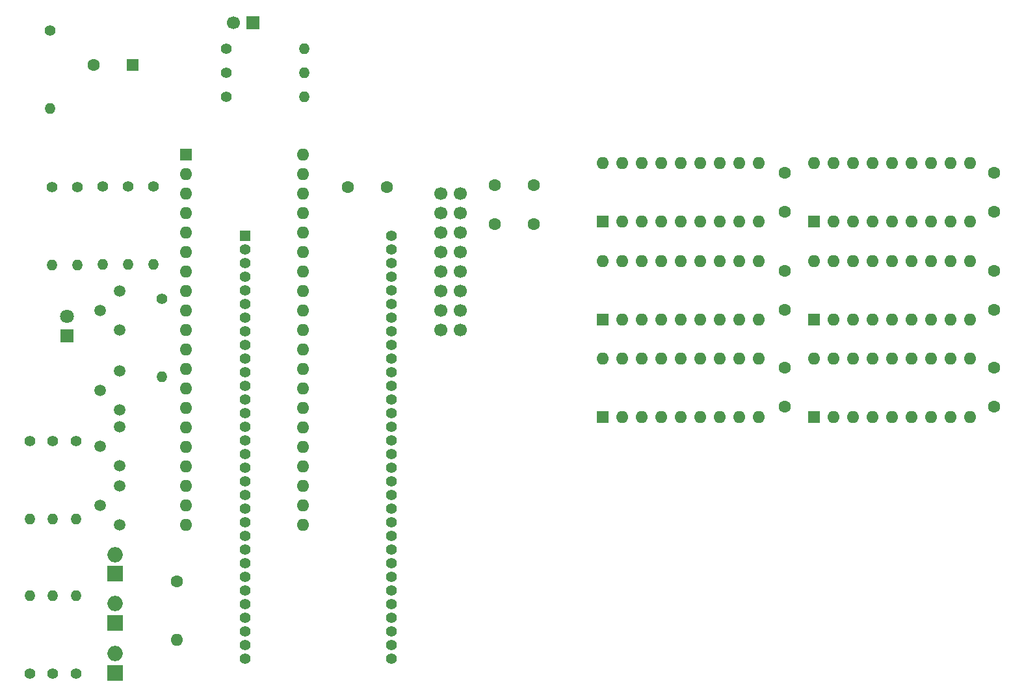
<source format=gbr>
%TF.GenerationSoftware,KiCad,Pcbnew,9.0.3*%
%TF.CreationDate,2025-12-08T23:35:03+00:00*%
%TF.ProjectId,V9958AdapterTC01,56393935-3841-4646-9170-746572544330,rev?*%
%TF.SameCoordinates,Original*%
%TF.FileFunction,Soldermask,Top*%
%TF.FilePolarity,Negative*%
%FSLAX46Y46*%
G04 Gerber Fmt 4.6, Leading zero omitted, Abs format (unit mm)*
G04 Created by KiCad (PCBNEW 9.0.3) date 2025-12-08 23:35:03*
%MOMM*%
%LPD*%
G01*
G04 APERTURE LIST*
%ADD10C,1.500000*%
%ADD11C,1.400000*%
%ADD12O,1.400000X1.400000*%
%ADD13R,2.000000X2.000000*%
%ADD14O,2.000000X2.000000*%
%ADD15R,1.600000X1.600000*%
%ADD16O,1.600000X1.600000*%
%ADD17C,1.600000*%
%ADD18C,1.700000*%
%ADD19R,1.800000X1.800000*%
%ADD20C,1.800000*%
%ADD21R,1.700000X1.700000*%
%ADD22R,1.400000X1.400000*%
G04 APERTURE END LIST*
D10*
%TO.C,Q150*%
X41395000Y-86470000D03*
X38855000Y-83930000D03*
X41395000Y-81390000D03*
%TD*%
D11*
%TO.C,R160*%
X42490000Y-50100000D03*
D12*
X42490000Y-60260000D03*
%TD*%
D13*
%TO.C,C159*%
X40760000Y-113445000D03*
D14*
X40760000Y-110945000D03*
%TD*%
D11*
%TO.C,R164*%
X32690000Y-83220000D03*
D12*
X32690000Y-93380000D03*
%TD*%
D11*
%TO.C,R153*%
X55290000Y-35240000D03*
D12*
X65450000Y-35240000D03*
%TD*%
D15*
%TO.C,I170*%
X131810000Y-54640000D03*
D16*
X134350000Y-54640000D03*
X136890000Y-54640000D03*
X139430000Y-54640000D03*
X141970000Y-54640000D03*
X144510000Y-54640000D03*
X147050000Y-54640000D03*
X149590000Y-54640000D03*
X152130000Y-54640000D03*
X152130000Y-47020000D03*
X149590000Y-47020000D03*
X147050000Y-47020000D03*
X144510000Y-47020000D03*
X141970000Y-47020000D03*
X139430000Y-47020000D03*
X136890000Y-47020000D03*
X134350000Y-47020000D03*
X131810000Y-47020000D03*
%TD*%
D10*
%TO.C,Q153*%
X41395000Y-68810000D03*
X38855000Y-66270000D03*
X41395000Y-63730000D03*
%TD*%
D17*
%TO.C,C155*%
X127990000Y-73680000D03*
X127990000Y-78760000D03*
%TD*%
D11*
%TO.C,R165*%
X29670000Y-83220000D03*
D12*
X29670000Y-93380000D03*
%TD*%
D13*
%TO.C,C157*%
X40760000Y-106950000D03*
D14*
X40760000Y-104450000D03*
%TD*%
D11*
%TO.C,R158*%
X35870000Y-50110000D03*
D12*
X35870000Y-60270000D03*
%TD*%
D17*
%TO.C,C153*%
X127990000Y-48290000D03*
X127990000Y-53370000D03*
%TD*%
D15*
%TO.C,I171*%
X104270000Y-54640000D03*
D16*
X106810000Y-54640000D03*
X109350000Y-54640000D03*
X111890000Y-54640000D03*
X114430000Y-54640000D03*
X116970000Y-54640000D03*
X119510000Y-54640000D03*
X122050000Y-54640000D03*
X124590000Y-54640000D03*
X124590000Y-47020000D03*
X122050000Y-47020000D03*
X119510000Y-47020000D03*
X116970000Y-47020000D03*
X114430000Y-47020000D03*
X111890000Y-47020000D03*
X109350000Y-47020000D03*
X106810000Y-47020000D03*
X104270000Y-47020000D03*
%TD*%
D17*
%TO.C,C151*%
X155210000Y-73680000D03*
X155210000Y-78760000D03*
%TD*%
D15*
%TO.C,I173*%
X104270000Y-67400000D03*
D16*
X106810000Y-67400000D03*
X109350000Y-67400000D03*
X111890000Y-67400000D03*
X114430000Y-67400000D03*
X116970000Y-67400000D03*
X119510000Y-67400000D03*
X122050000Y-67400000D03*
X124590000Y-67400000D03*
X124590000Y-59780000D03*
X122050000Y-59780000D03*
X119510000Y-59780000D03*
X116970000Y-59780000D03*
X114430000Y-59780000D03*
X111890000Y-59780000D03*
X109350000Y-59780000D03*
X106810000Y-59780000D03*
X104270000Y-59780000D03*
%TD*%
D11*
%TO.C,R150*%
X32280000Y-29770000D03*
D12*
X32280000Y-39930000D03*
%TD*%
D15*
%TO.C,C156*%
X43060000Y-34190000D03*
D17*
X37980000Y-34190000D03*
%TD*%
D15*
%TO.C,I172*%
X131810000Y-67400000D03*
D16*
X134350000Y-67400000D03*
X136890000Y-67400000D03*
X139430000Y-67400000D03*
X141970000Y-67400000D03*
X144510000Y-67400000D03*
X147050000Y-67400000D03*
X149590000Y-67400000D03*
X152130000Y-67400000D03*
X152130000Y-59780000D03*
X149590000Y-59780000D03*
X147050000Y-59780000D03*
X144510000Y-59780000D03*
X141970000Y-59780000D03*
X139430000Y-59780000D03*
X136890000Y-59780000D03*
X134350000Y-59780000D03*
X131810000Y-59780000D03*
%TD*%
D18*
%TO.C,M100*%
X85710000Y-51020000D03*
X83170000Y-51020000D03*
X85710000Y-53560000D03*
X83170000Y-53560000D03*
X85710000Y-56100000D03*
X83170000Y-56100000D03*
X85710000Y-58640000D03*
X83170000Y-58640000D03*
X85710000Y-61180000D03*
X83170000Y-61180000D03*
X85710000Y-63720000D03*
X83170000Y-63720000D03*
X85710000Y-66260000D03*
X83170000Y-66260000D03*
X85710000Y-68800000D03*
X83170000Y-68800000D03*
%TD*%
D17*
%TO.C,C150*%
X155210000Y-48290000D03*
X155210000Y-53370000D03*
%TD*%
D11*
%TO.C,R151*%
X55290000Y-32110000D03*
D12*
X65450000Y-32110000D03*
%TD*%
D11*
%TO.C,R156*%
X35710000Y-113520000D03*
D12*
X35710000Y-103360000D03*
%TD*%
D15*
%TO.C,I174*%
X131810000Y-80110000D03*
D16*
X134350000Y-80110000D03*
X136890000Y-80110000D03*
X139430000Y-80110000D03*
X141970000Y-80110000D03*
X144510000Y-80110000D03*
X147050000Y-80110000D03*
X149590000Y-80110000D03*
X152130000Y-80110000D03*
X152130000Y-72490000D03*
X149590000Y-72490000D03*
X147050000Y-72490000D03*
X144510000Y-72490000D03*
X141970000Y-72490000D03*
X139430000Y-72490000D03*
X136890000Y-72490000D03*
X134350000Y-72490000D03*
X131810000Y-72490000D03*
%TD*%
D11*
%TO.C,R152*%
X55290000Y-38390000D03*
D12*
X65450000Y-38390000D03*
%TD*%
D17*
%TO.C,C152*%
X155210000Y-61060000D03*
X155210000Y-66140000D03*
%TD*%
D19*
%TO.C,D150*%
X34555000Y-69505000D03*
D20*
X34555000Y-66965000D03*
%TD*%
D13*
%TO.C,C158*%
X40760000Y-100550000D03*
D14*
X40760000Y-98050000D03*
%TD*%
D17*
%TO.C,D151*%
X48820000Y-101560000D03*
D16*
X48820000Y-109180000D03*
%TD*%
D21*
%TO.C,J153*%
X58745000Y-28730000D03*
D18*
X56205000Y-28730000D03*
%TD*%
D11*
%TO.C,R157*%
X29670000Y-113520000D03*
D12*
X29670000Y-103360000D03*
%TD*%
D11*
%TO.C,R159*%
X39180000Y-50100000D03*
D12*
X39180000Y-60260000D03*
%TD*%
D17*
%TO.C,X170*%
X71080000Y-50120000D03*
X76160000Y-50120000D03*
%TD*%
%TO.C,C154*%
X127990000Y-61060000D03*
X127990000Y-66140000D03*
%TD*%
D10*
%TO.C,Q151*%
X41395000Y-79170000D03*
X38855000Y-76630000D03*
X41395000Y-74090000D03*
%TD*%
D11*
%TO.C,R162*%
X32590000Y-50110000D03*
D12*
X32590000Y-60270000D03*
%TD*%
D10*
%TO.C,Q152*%
X41395000Y-94170000D03*
X38855000Y-91630000D03*
X41395000Y-89090000D03*
%TD*%
D22*
%TO.C,I160*%
X57720000Y-56470000D03*
D11*
X57720000Y-58250000D03*
X57720000Y-60030000D03*
X57720000Y-61810000D03*
X57720000Y-63590000D03*
X57720000Y-65370000D03*
X57720000Y-67150000D03*
X57720000Y-68930000D03*
X57720000Y-70710000D03*
X57720000Y-72490000D03*
X57720000Y-74270000D03*
X57720000Y-76050000D03*
X57720000Y-77830000D03*
X57720000Y-79610000D03*
X57720000Y-81390000D03*
X57720000Y-83170000D03*
X57720000Y-84950000D03*
X57720000Y-86730000D03*
X57720000Y-88510000D03*
X57720000Y-90290000D03*
X57720000Y-92070000D03*
X57720000Y-93850000D03*
X57720000Y-95630000D03*
X57720000Y-97410000D03*
X57720000Y-99190000D03*
X57720000Y-100970000D03*
X57720000Y-102750000D03*
X57720000Y-104530000D03*
X57720000Y-106310000D03*
X57720000Y-108090000D03*
X57720000Y-109870000D03*
X57720000Y-111650000D03*
X76790000Y-111650000D03*
X76790000Y-109870000D03*
X76790000Y-108090000D03*
X76790000Y-106310000D03*
X76790000Y-104530000D03*
X76790000Y-102750000D03*
X76790000Y-100970000D03*
X76790000Y-99190000D03*
X76790000Y-97410000D03*
X76790000Y-95630000D03*
X76790000Y-93850000D03*
X76790000Y-92070000D03*
X76790000Y-90290000D03*
X76790000Y-88510000D03*
X76790000Y-86730000D03*
X76790000Y-84950000D03*
X76790000Y-83170000D03*
X76790000Y-81390000D03*
X76790000Y-79610000D03*
X76790000Y-77830000D03*
X76790000Y-76050000D03*
X76790000Y-74270000D03*
X76790000Y-72490000D03*
X76790000Y-70710000D03*
X76790000Y-68930000D03*
X76790000Y-67150000D03*
X76790000Y-65370000D03*
X76790000Y-63590000D03*
X76790000Y-61810000D03*
X76790000Y-60030000D03*
X76790000Y-58250000D03*
X76790000Y-56470000D03*
%TD*%
%TO.C,R154*%
X46890000Y-64750000D03*
D12*
X46890000Y-74910000D03*
%TD*%
D11*
%TO.C,R163*%
X35710000Y-83220000D03*
D12*
X35710000Y-93380000D03*
%TD*%
D15*
%TO.C,I175*%
X104270000Y-80110000D03*
D16*
X106810000Y-80110000D03*
X109350000Y-80110000D03*
X111890000Y-80110000D03*
X114430000Y-80110000D03*
X116970000Y-80110000D03*
X119510000Y-80110000D03*
X122050000Y-80110000D03*
X124590000Y-80110000D03*
X124590000Y-72490000D03*
X122050000Y-72490000D03*
X119510000Y-72490000D03*
X116970000Y-72490000D03*
X114430000Y-72490000D03*
X111890000Y-72490000D03*
X109350000Y-72490000D03*
X106810000Y-72490000D03*
X104270000Y-72490000D03*
%TD*%
D17*
%TO.C,C171*%
X90260000Y-49860000D03*
X90260000Y-54940000D03*
%TD*%
D15*
%TO.C,J150*%
X49990000Y-45880000D03*
D16*
X49990000Y-48420000D03*
X49990000Y-50960000D03*
X49990000Y-53500000D03*
X49990000Y-56040000D03*
X49990000Y-58580000D03*
X49990000Y-61120000D03*
X49990000Y-63660000D03*
X49990000Y-66200000D03*
X49990000Y-68740000D03*
X49990000Y-71280000D03*
X49990000Y-73820000D03*
X49990000Y-76360000D03*
X49990000Y-78900000D03*
X49990000Y-81440000D03*
X49990000Y-83980000D03*
X49990000Y-86520000D03*
X49990000Y-89060000D03*
X49990000Y-91600000D03*
X49990000Y-94140000D03*
X65230000Y-94140000D03*
X65230000Y-91600000D03*
X65230000Y-89060000D03*
X65230000Y-86520000D03*
X65230000Y-83980000D03*
X65230000Y-81440000D03*
X65230000Y-78900000D03*
X65230000Y-76360000D03*
X65230000Y-73820000D03*
X65230000Y-71280000D03*
X65230000Y-68740000D03*
X65230000Y-66200000D03*
X65230000Y-63660000D03*
X65230000Y-61120000D03*
X65230000Y-58580000D03*
X65230000Y-56040000D03*
X65230000Y-53500000D03*
X65230000Y-50960000D03*
X65230000Y-48420000D03*
X65230000Y-45880000D03*
%TD*%
D11*
%TO.C,R155*%
X32690000Y-113520000D03*
D12*
X32690000Y-103360000D03*
%TD*%
D17*
%TO.C,C170*%
X95300000Y-49860000D03*
X95300000Y-54940000D03*
%TD*%
D11*
%TO.C,R161*%
X45790000Y-50100000D03*
D12*
X45790000Y-60260000D03*
%TD*%
M02*

</source>
